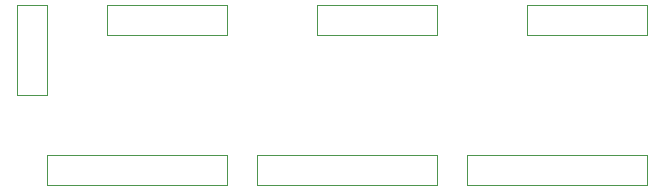
<source format=gbo>
%TF.GenerationSoftware,KiCad,Pcbnew,(5.1.8)-1*%
%TF.CreationDate,2021-03-06T21:19:43+09:00*%
%TF.ProjectId,motor_driver_2,6d6f746f-725f-4647-9269-7665725f322e,rev?*%
%TF.SameCoordinates,PX60e4b00PY7b89fa0*%
%TF.FileFunction,Legend,Bot*%
%TF.FilePolarity,Positive*%
%FSLAX46Y46*%
G04 Gerber Fmt 4.6, Leading zero omitted, Abs format (unit mm)*
G04 Created by KiCad (PCBNEW (5.1.8)-1) date 2021-03-06 21:19:43*
%MOMM*%
%LPD*%
G01*
G04 APERTURE LIST*
%ADD10C,0.120000*%
%ADD11R,1.700000X1.700000*%
%ADD12O,1.700000X1.700000*%
%ADD13C,1.700000*%
G04 APERTURE END LIST*
D10*
X3810000Y16510000D02*
X1270000Y16510000D01*
X3810000Y8890000D02*
X3810000Y16510000D01*
X1270000Y8890000D02*
X3810000Y8890000D01*
X1270000Y16510000D02*
X1270000Y8890000D01*
X54610000Y3810000D02*
X39370000Y3810000D01*
X54610000Y1270000D02*
X54610000Y3810000D01*
X39370000Y1270000D02*
X54610000Y1270000D01*
X39370000Y3810000D02*
X39370000Y1270000D01*
X36830000Y3810000D02*
X21590000Y3810000D01*
X36830000Y1270000D02*
X36830000Y3810000D01*
X21590000Y1270000D02*
X36830000Y1270000D01*
X21590000Y3810000D02*
X21590000Y1270000D01*
X3810000Y1270000D02*
X3810000Y3810000D01*
X19050000Y1270000D02*
X3810000Y1270000D01*
X19050000Y3810000D02*
X19050000Y1270000D01*
X3810000Y3810000D02*
X19050000Y3810000D01*
X54610000Y16510000D02*
X44450000Y16510000D01*
X54610000Y13970000D02*
X54610000Y16510000D01*
X44450000Y13970000D02*
X54610000Y13970000D01*
X44450000Y16510000D02*
X44450000Y13970000D01*
X36830000Y16510000D02*
X26670000Y16510000D01*
X36830000Y13970000D02*
X36830000Y16510000D01*
X26670000Y13970000D02*
X36830000Y13970000D01*
X26670000Y16510000D02*
X26670000Y13970000D01*
X19050000Y16510000D02*
X8890000Y16510000D01*
X19050000Y13970000D02*
X19050000Y16510000D01*
X8890000Y13970000D02*
X19050000Y13970000D01*
X8890000Y16510000D02*
X8890000Y13970000D01*
%LPC*%
D11*
%TO.C,J1*%
X2540000Y15240000D03*
D12*
X2540000Y12700000D03*
X2540000Y10160000D03*
%TD*%
D13*
%TO.C,J2*%
X10160000Y2540000D03*
D12*
X7620000Y2540000D03*
X5080000Y2540000D03*
%TD*%
D13*
%TO.C,J3*%
X17780000Y2540000D03*
D12*
X15240000Y2540000D03*
X12700000Y2540000D03*
%TD*%
%TO.C,J4*%
X22860000Y2540000D03*
X25400000Y2540000D03*
D13*
X27940000Y2540000D03*
%TD*%
D12*
%TO.C,J5*%
X30480000Y2540000D03*
X33020000Y2540000D03*
D13*
X35560000Y2540000D03*
%TD*%
%TO.C,J6*%
X45720000Y2540000D03*
D12*
X43180000Y2540000D03*
X40640000Y2540000D03*
%TD*%
%TO.C,J7*%
X48260000Y2540000D03*
X50800000Y2540000D03*
D13*
X53340000Y2540000D03*
%TD*%
%TO.C,J13*%
X50800000Y15240000D03*
D12*
X53340000Y15240000D03*
%TD*%
%TO.C,J12*%
X48260000Y15240000D03*
D13*
X45720000Y15240000D03*
%TD*%
%TO.C,J11*%
X33020000Y15240000D03*
D12*
X35560000Y15240000D03*
%TD*%
D13*
%TO.C,J10*%
X27940000Y15240000D03*
D12*
X30480000Y15240000D03*
%TD*%
D13*
%TO.C,J8*%
X10160000Y15240000D03*
D12*
X12700000Y15240000D03*
%TD*%
%TO.C,J9*%
X17780000Y15240000D03*
D13*
X15240000Y15240000D03*
%TD*%
M02*

</source>
